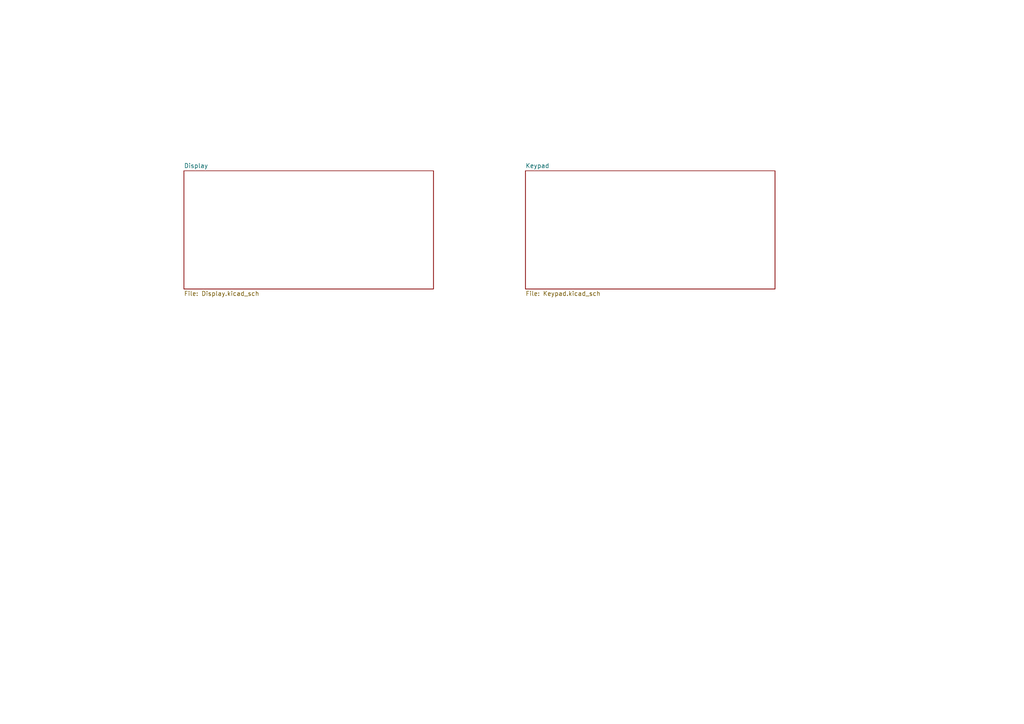
<source format=kicad_sch>
(kicad_sch (version 20230121) (generator eeschema)
  (paper "A4")
  (lib_symbols)
  (sheet (at 53.34 49.53) (size 72.39 34.29)
    (property "Sheetname" "Display" (at 53.34 48.8184 0) (effects (justify left bottom)))
    (property "Sheetfile" "Display.kicad_sch" (at 53.34 84.4046 0) (effects (justify left top)))
  )
  (sheet (at 152.4 49.53) (size 72.39 34.29)
    (property "Sheetname" "Keypad" (at 152.4 48.8184 0) (effects (justify left bottom)))
    (property "Sheetfile" "Keypad.kicad_sch" (at 152.4 84.4046 0) (effects (justify left top)))
  )
)
</source>
